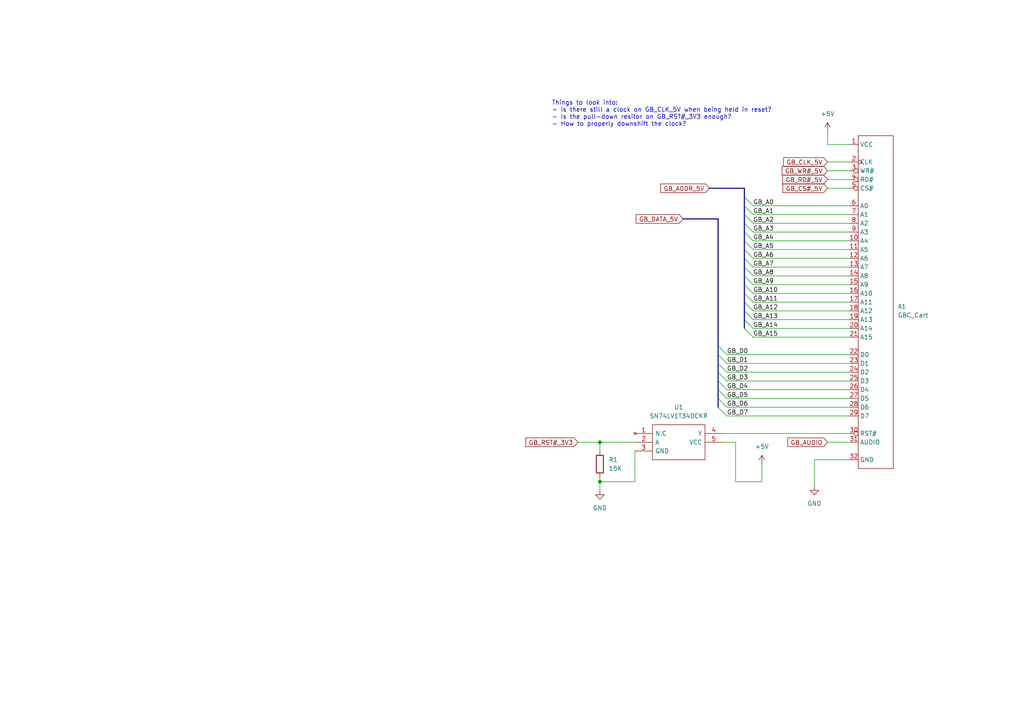
<source format=kicad_sch>
(kicad_sch (version 20211123) (generator eeschema)

  (uuid 0da0c37e-2538-4cae-998d-77bd55cea71e)

  (paper "A4")

  (title_block
    (title "CartGen3")
    (rev "1")
    (company "Elijah Almeida Coimbra")
    (comment 1 "Connectors and power components")
  )

  (lib_symbols
    (symbol "Boards:GBC_Cart" (in_bom no) (on_board yes)
      (property "Reference" "A" (id 0) (at -10.16 13.97 0)
        (effects (font (size 1.27 1.27)))
      )
      (property "Value" "GBC_Cart" (id 1) (at -6.35 11.43 0)
        (effects (font (size 1.27 1.27)))
      )
      (property "Footprint" "Boards:GBC_Cart" (id 2) (at -2.54 8.89 0)
        (effects (font (size 1.27 1.27)) hide)
      )
      (property "Datasheet" "" (id 3) (at -24.13 -36.83 0)
        (effects (font (size 1.27 1.27)) hide)
      )
      (property "ki_keywords" "board gameboy cart cartridge" (id 4) (at 0 0 0)
        (effects (font (size 1.27 1.27)) hide)
      )
      (property "ki_description" "Base board outline and connector pads for GameBoy Color cartridge" (id 5) (at 0 0 0)
        (effects (font (size 1.27 1.27)) hide)
      )
      (symbol "GBC_Cart_0_1"
        (rectangle (start -21.59 54.61) (end -11.43 -41.91)
          (stroke (width 0) (type default) (color 0 0 0 0))
          (fill (type none))
        )
      )
      (symbol "GBC_Cart_1_1"
        (pin power_in line (at -24.13 52.07 0) (length 2.54)
          (name "VCC" (effects (font (size 1.27 1.27))))
          (number "1" (effects (font (size 1.27 1.27))))
        )
        (pin input line (at -24.13 24.13 0) (length 2.54)
          (name "A4" (effects (font (size 1.27 1.27))))
          (number "10" (effects (font (size 1.27 1.27))))
        )
        (pin input line (at -24.13 21.59 0) (length 2.54)
          (name "A5" (effects (font (size 1.27 1.27))))
          (number "11" (effects (font (size 1.27 1.27))))
        )
        (pin input line (at -24.13 19.05 0) (length 2.54)
          (name "A6" (effects (font (size 1.27 1.27))))
          (number "12" (effects (font (size 1.27 1.27))))
        )
        (pin input line (at -24.13 16.51 0) (length 2.54)
          (name "A7" (effects (font (size 1.27 1.27))))
          (number "13" (effects (font (size 1.27 1.27))))
        )
        (pin input line (at -24.13 13.97 0) (length 2.54)
          (name "A8" (effects (font (size 1.27 1.27))))
          (number "14" (effects (font (size 1.27 1.27))))
        )
        (pin input line (at -24.13 11.43 0) (length 2.54)
          (name "A9" (effects (font (size 1.27 1.27))))
          (number "15" (effects (font (size 1.27 1.27))))
        )
        (pin input line (at -24.13 8.89 0) (length 2.54)
          (name "A10" (effects (font (size 1.27 1.27))))
          (number "16" (effects (font (size 1.27 1.27))))
        )
        (pin input line (at -24.13 6.35 0) (length 2.54)
          (name "A11" (effects (font (size 1.27 1.27))))
          (number "17" (effects (font (size 1.27 1.27))))
        )
        (pin input line (at -24.13 3.81 0) (length 2.54)
          (name "A12" (effects (font (size 1.27 1.27))))
          (number "18" (effects (font (size 1.27 1.27))))
        )
        (pin input line (at -24.13 1.27 0) (length 2.54)
          (name "A13" (effects (font (size 1.27 1.27))))
          (number "19" (effects (font (size 1.27 1.27))))
        )
        (pin input clock (at -24.13 46.99 0) (length 2.54)
          (name "CLK" (effects (font (size 1.27 1.27))))
          (number "2" (effects (font (size 1.27 1.27))))
        )
        (pin input line (at -24.13 -1.27 0) (length 2.54)
          (name "A14" (effects (font (size 1.27 1.27))))
          (number "20" (effects (font (size 1.27 1.27))))
        )
        (pin input line (at -24.13 -3.81 0) (length 2.54)
          (name "A15" (effects (font (size 1.27 1.27))))
          (number "21" (effects (font (size 1.27 1.27))))
        )
        (pin bidirectional line (at -24.13 -8.89 0) (length 2.54)
          (name "D0" (effects (font (size 1.27 1.27))))
          (number "22" (effects (font (size 1.27 1.27))))
        )
        (pin bidirectional line (at -24.13 -11.43 0) (length 2.54)
          (name "D1" (effects (font (size 1.27 1.27))))
          (number "23" (effects (font (size 1.27 1.27))))
        )
        (pin bidirectional line (at -24.13 -13.97 0) (length 2.54)
          (name "D2" (effects (font (size 1.27 1.27))))
          (number "24" (effects (font (size 1.27 1.27))))
        )
        (pin bidirectional line (at -24.13 -16.51 0) (length 2.54)
          (name "D3" (effects (font (size 1.27 1.27))))
          (number "25" (effects (font (size 1.27 1.27))))
        )
        (pin bidirectional line (at -24.13 -19.05 0) (length 2.54)
          (name "D4" (effects (font (size 1.27 1.27))))
          (number "26" (effects (font (size 1.27 1.27))))
        )
        (pin bidirectional line (at -24.13 -21.59 0) (length 2.54)
          (name "D5" (effects (font (size 1.27 1.27))))
          (number "27" (effects (font (size 1.27 1.27))))
        )
        (pin bidirectional line (at -24.13 -24.13 0) (length 2.54)
          (name "D6" (effects (font (size 1.27 1.27))))
          (number "28" (effects (font (size 1.27 1.27))))
        )
        (pin bidirectional line (at -24.13 -26.67 0) (length 2.54)
          (name "D7" (effects (font (size 1.27 1.27))))
          (number "29" (effects (font (size 1.27 1.27))))
        )
        (pin input inverted (at -24.13 44.45 0) (length 2.54)
          (name "WR#" (effects (font (size 1.27 1.27))))
          (number "3" (effects (font (size 1.27 1.27))))
        )
        (pin output inverted (at -24.13 -31.75 0) (length 2.54)
          (name "RST#" (effects (font (size 1.27 1.27))))
          (number "30" (effects (font (size 1.27 1.27))))
        )
        (pin output line (at -24.13 -34.29 0) (length 2.54)
          (name "AUDIO" (effects (font (size 1.27 1.27))))
          (number "31" (effects (font (size 1.27 1.27))))
        )
        (pin power_in line (at -24.13 -39.37 0) (length 2.54)
          (name "GND" (effects (font (size 1.27 1.27))))
          (number "32" (effects (font (size 1.27 1.27))))
        )
        (pin input inverted (at -24.13 41.91 0) (length 2.54)
          (name "RD#" (effects (font (size 1.27 1.27))))
          (number "4" (effects (font (size 1.27 1.27))))
        )
        (pin input inverted (at -24.13 39.37 0) (length 2.54)
          (name "CS#" (effects (font (size 1.27 1.27))))
          (number "5" (effects (font (size 1.27 1.27))))
        )
        (pin input line (at -24.13 34.29 0) (length 2.54)
          (name "A0" (effects (font (size 1.27 1.27))))
          (number "6" (effects (font (size 1.27 1.27))))
        )
        (pin input line (at -24.13 31.75 0) (length 2.54)
          (name "A1" (effects (font (size 1.27 1.27))))
          (number "7" (effects (font (size 1.27 1.27))))
        )
        (pin input line (at -24.13 29.21 0) (length 2.54)
          (name "A2" (effects (font (size 1.27 1.27))))
          (number "8" (effects (font (size 1.27 1.27))))
        )
        (pin input line (at -24.13 26.67 0) (length 2.54)
          (name "A3" (effects (font (size 1.27 1.27))))
          (number "9" (effects (font (size 1.27 1.27))))
        )
      )
    )
    (symbol "Device:R" (pin_numbers hide) (pin_names (offset 0)) (in_bom yes) (on_board yes)
      (property "Reference" "R" (id 0) (at 2.032 0 90)
        (effects (font (size 1.27 1.27)))
      )
      (property "Value" "R" (id 1) (at 0 0 90)
        (effects (font (size 1.27 1.27)))
      )
      (property "Footprint" "" (id 2) (at -1.778 0 90)
        (effects (font (size 1.27 1.27)) hide)
      )
      (property "Datasheet" "~" (id 3) (at 0 0 0)
        (effects (font (size 1.27 1.27)) hide)
      )
      (property "ki_keywords" "R res resistor" (id 4) (at 0 0 0)
        (effects (font (size 1.27 1.27)) hide)
      )
      (property "ki_description" "Resistor" (id 5) (at 0 0 0)
        (effects (font (size 1.27 1.27)) hide)
      )
      (property "ki_fp_filters" "R_*" (id 6) (at 0 0 0)
        (effects (font (size 1.27 1.27)) hide)
      )
      (symbol "R_0_1"
        (rectangle (start -1.016 -2.54) (end 1.016 2.54)
          (stroke (width 0.254) (type default) (color 0 0 0 0))
          (fill (type none))
        )
      )
      (symbol "R_1_1"
        (pin passive line (at 0 3.81 270) (length 1.27)
          (name "~" (effects (font (size 1.27 1.27))))
          (number "1" (effects (font (size 1.27 1.27))))
        )
        (pin passive line (at 0 -3.81 90) (length 1.27)
          (name "~" (effects (font (size 1.27 1.27))))
          (number "2" (effects (font (size 1.27 1.27))))
        )
      )
    )
    (symbol "SamacSys_Parts:SN74LV1T34DCKR" (pin_names (offset 0.762)) (in_bom yes) (on_board yes)
      (property "Reference" "IC" (id 0) (at 21.59 7.62 0)
        (effects (font (size 1.27 1.27)) (justify left))
      )
      (property "Value" "SN74LV1T34DCKR" (id 1) (at 21.59 5.08 0)
        (effects (font (size 1.27 1.27)) (justify left))
      )
      (property "Footprint" "SOT65P210X110-5N" (id 2) (at 21.59 2.54 0)
        (effects (font (size 1.27 1.27)) (justify left) hide)
      )
      (property "Datasheet" "http://www.ti.com/lit/gpn/sn74lv1t34" (id 3) (at 21.59 0 0)
        (effects (font (size 1.27 1.27)) (justify left) hide)
      )
      (property "Description" "Single Power Supply BUFFER Logic Level Shifter (no enable)" (id 4) (at 21.59 -2.54 0)
        (effects (font (size 1.27 1.27)) (justify left) hide)
      )
      (property "Height" "1.1" (id 5) (at 21.59 -5.08 0)
        (effects (font (size 1.27 1.27)) (justify left) hide)
      )
      (property "Mouser Part Number" "595-SN74LV1T34DCKR" (id 6) (at 21.59 -7.62 0)
        (effects (font (size 1.27 1.27)) (justify left) hide)
      )
      (property "Mouser Price/Stock" "https://www.mouser.co.uk/ProductDetail/Texas-Instruments/SN74LV1T34DCKR?qs=8sOby8ZxZLGjFfifrzzjkQ%3D%3D" (id 7) (at 21.59 -10.16 0)
        (effects (font (size 1.27 1.27)) (justify left) hide)
      )
      (property "Manufacturer_Name" "Texas Instruments" (id 8) (at 21.59 -12.7 0)
        (effects (font (size 1.27 1.27)) (justify left) hide)
      )
      (property "Manufacturer_Part_Number" "SN74LV1T34DCKR" (id 9) (at 21.59 -15.24 0)
        (effects (font (size 1.27 1.27)) (justify left) hide)
      )
      (property "ki_description" "Single Power Supply BUFFER Logic Level Shifter (no enable)" (id 10) (at 0 0 0)
        (effects (font (size 1.27 1.27)) hide)
      )
      (symbol "SN74LV1T34DCKR_0_0"
        (pin no_connect line (at 0 0 0) (length 5.08)
          (name "N.C" (effects (font (size 1.27 1.27))))
          (number "1" (effects (font (size 1.27 1.27))))
        )
        (pin passive line (at 0 -2.54 0) (length 5.08)
          (name "A" (effects (font (size 1.27 1.27))))
          (number "2" (effects (font (size 1.27 1.27))))
        )
        (pin passive line (at 0 -5.08 0) (length 5.08)
          (name "GND" (effects (font (size 1.27 1.27))))
          (number "3" (effects (font (size 1.27 1.27))))
        )
        (pin passive line (at 25.4 0 180) (length 5.08)
          (name "Y" (effects (font (size 1.27 1.27))))
          (number "4" (effects (font (size 1.27 1.27))))
        )
        (pin passive line (at 25.4 -2.54 180) (length 5.08)
          (name "VCC" (effects (font (size 1.27 1.27))))
          (number "5" (effects (font (size 1.27 1.27))))
        )
      )
      (symbol "SN74LV1T34DCKR_0_1"
        (polyline
          (pts
            (xy 5.08 2.54)
            (xy 20.32 2.54)
            (xy 20.32 -7.62)
            (xy 5.08 -7.62)
            (xy 5.08 2.54)
          )
          (stroke (width 0.1524) (type default) (color 0 0 0 0))
          (fill (type none))
        )
      )
    )
    (symbol "power:+5V" (power) (pin_names (offset 0)) (in_bom yes) (on_board yes)
      (property "Reference" "#PWR" (id 0) (at 0 -3.81 0)
        (effects (font (size 1.27 1.27)) hide)
      )
      (property "Value" "+5V" (id 1) (at 0 3.556 0)
        (effects (font (size 1.27 1.27)))
      )
      (property "Footprint" "" (id 2) (at 0 0 0)
        (effects (font (size 1.27 1.27)) hide)
      )
      (property "Datasheet" "" (id 3) (at 0 0 0)
        (effects (font (size 1.27 1.27)) hide)
      )
      (property "ki_keywords" "power-flag" (id 4) (at 0 0 0)
        (effects (font (size 1.27 1.27)) hide)
      )
      (property "ki_description" "Power symbol creates a global label with name \"+5V\"" (id 5) (at 0 0 0)
        (effects (font (size 1.27 1.27)) hide)
      )
      (symbol "+5V_0_1"
        (polyline
          (pts
            (xy -0.762 1.27)
            (xy 0 2.54)
          )
          (stroke (width 0) (type default) (color 0 0 0 0))
          (fill (type none))
        )
        (polyline
          (pts
            (xy 0 0)
            (xy 0 2.54)
          )
          (stroke (width 0) (type default) (color 0 0 0 0))
          (fill (type none))
        )
        (polyline
          (pts
            (xy 0 2.54)
            (xy 0.762 1.27)
          )
          (stroke (width 0) (type default) (color 0 0 0 0))
          (fill (type none))
        )
      )
      (symbol "+5V_1_1"
        (pin power_in line (at 0 0 90) (length 0) hide
          (name "+5V" (effects (font (size 1.27 1.27))))
          (number "1" (effects (font (size 1.27 1.27))))
        )
      )
    )
    (symbol "power:GND" (power) (pin_names (offset 0)) (in_bom yes) (on_board yes)
      (property "Reference" "#PWR" (id 0) (at 0 -6.35 0)
        (effects (font (size 1.27 1.27)) hide)
      )
      (property "Value" "GND" (id 1) (at 0 -3.81 0)
        (effects (font (size 1.27 1.27)))
      )
      (property "Footprint" "" (id 2) (at 0 0 0)
        (effects (font (size 1.27 1.27)) hide)
      )
      (property "Datasheet" "" (id 3) (at 0 0 0)
        (effects (font (size 1.27 1.27)) hide)
      )
      (property "ki_keywords" "power-flag" (id 4) (at 0 0 0)
        (effects (font (size 1.27 1.27)) hide)
      )
      (property "ki_description" "Power symbol creates a global label with name \"GND\" , ground" (id 5) (at 0 0 0)
        (effects (font (size 1.27 1.27)) hide)
      )
      (symbol "GND_0_1"
        (polyline
          (pts
            (xy 0 0)
            (xy 0 -1.27)
            (xy 1.27 -1.27)
            (xy 0 -2.54)
            (xy -1.27 -1.27)
            (xy 0 -1.27)
          )
          (stroke (width 0) (type default) (color 0 0 0 0))
          (fill (type none))
        )
      )
      (symbol "GND_1_1"
        (pin power_in line (at 0 0 270) (length 0) hide
          (name "GND" (effects (font (size 1.27 1.27))))
          (number "1" (effects (font (size 1.27 1.27))))
        )
      )
    )
  )

  (junction (at 173.99 128.27) (diameter 0) (color 0 0 0 0)
    (uuid 13968e05-b236-46a9-bc7c-3a6777d97ec1)
  )
  (junction (at 173.99 139.7) (diameter 0) (color 0 0 0 0)
    (uuid 621e9f94-3110-4064-ba55-f86df05db648)
  )

  (bus_entry (at 215.9 85.09) (size 2.54 2.54)
    (stroke (width 0) (type default) (color 0 0 0 0))
    (uuid 3eaa2efd-9fe1-4d15-8158-4493f363e4eb)
  )
  (bus_entry (at 215.9 82.55) (size 2.54 2.54)
    (stroke (width 0) (type default) (color 0 0 0 0))
    (uuid 3eaa2efd-9fe1-4d15-8158-4493f363e4ec)
  )
  (bus_entry (at 215.9 87.63) (size 2.54 2.54)
    (stroke (width 0) (type default) (color 0 0 0 0))
    (uuid 3eaa2efd-9fe1-4d15-8158-4493f363e4ed)
  )
  (bus_entry (at 215.9 92.71) (size 2.54 2.54)
    (stroke (width 0) (type default) (color 0 0 0 0))
    (uuid 3eaa2efd-9fe1-4d15-8158-4493f363e4ee)
  )
  (bus_entry (at 215.9 80.01) (size 2.54 2.54)
    (stroke (width 0) (type default) (color 0 0 0 0))
    (uuid 3eaa2efd-9fe1-4d15-8158-4493f363e4ef)
  )
  (bus_entry (at 215.9 77.47) (size 2.54 2.54)
    (stroke (width 0) (type default) (color 0 0 0 0))
    (uuid 3eaa2efd-9fe1-4d15-8158-4493f363e4f0)
  )
  (bus_entry (at 215.9 90.17) (size 2.54 2.54)
    (stroke (width 0) (type default) (color 0 0 0 0))
    (uuid 3eaa2efd-9fe1-4d15-8158-4493f363e4f1)
  )
  (bus_entry (at 215.9 74.93) (size 2.54 2.54)
    (stroke (width 0) (type default) (color 0 0 0 0))
    (uuid 3eaa2efd-9fe1-4d15-8158-4493f363e4f2)
  )
  (bus_entry (at 215.9 72.39) (size 2.54 2.54)
    (stroke (width 0) (type default) (color 0 0 0 0))
    (uuid 3eaa2efd-9fe1-4d15-8158-4493f363e4f3)
  )
  (bus_entry (at 215.9 67.31) (size 2.54 2.54)
    (stroke (width 0) (type default) (color 0 0 0 0))
    (uuid 3eaa2efd-9fe1-4d15-8158-4493f363e4f4)
  )
  (bus_entry (at 215.9 69.85) (size 2.54 2.54)
    (stroke (width 0) (type default) (color 0 0 0 0))
    (uuid 3eaa2efd-9fe1-4d15-8158-4493f363e4f5)
  )
  (bus_entry (at 215.9 64.77) (size 2.54 2.54)
    (stroke (width 0) (type default) (color 0 0 0 0))
    (uuid 3eaa2efd-9fe1-4d15-8158-4493f363e4f6)
  )
  (bus_entry (at 215.9 59.69) (size 2.54 2.54)
    (stroke (width 0) (type default) (color 0 0 0 0))
    (uuid 3eaa2efd-9fe1-4d15-8158-4493f363e4f7)
  )
  (bus_entry (at 215.9 62.23) (size 2.54 2.54)
    (stroke (width 0) (type default) (color 0 0 0 0))
    (uuid 3eaa2efd-9fe1-4d15-8158-4493f363e4f8)
  )
  (bus_entry (at 215.9 57.15) (size 2.54 2.54)
    (stroke (width 0) (type default) (color 0 0 0 0))
    (uuid 3eaa2efd-9fe1-4d15-8158-4493f363e4f9)
  )
  (bus_entry (at 208.28 102.87) (size 2.54 2.54)
    (stroke (width 0) (type default) (color 0 0 0 0))
    (uuid 5ff7dc43-2ca3-4d57-a4cf-c38661214c57)
  )
  (bus_entry (at 208.28 105.41) (size 2.54 2.54)
    (stroke (width 0) (type default) (color 0 0 0 0))
    (uuid 5ff7dc43-2ca3-4d57-a4cf-c38661214c58)
  )
  (bus_entry (at 208.28 107.95) (size 2.54 2.54)
    (stroke (width 0) (type default) (color 0 0 0 0))
    (uuid 5ff7dc43-2ca3-4d57-a4cf-c38661214c59)
  )
  (bus_entry (at 208.28 118.11) (size 2.54 2.54)
    (stroke (width 0) (type default) (color 0 0 0 0))
    (uuid 5ff7dc43-2ca3-4d57-a4cf-c38661214c5a)
  )
  (bus_entry (at 208.28 113.03) (size 2.54 2.54)
    (stroke (width 0) (type default) (color 0 0 0 0))
    (uuid 5ff7dc43-2ca3-4d57-a4cf-c38661214c5b)
  )
  (bus_entry (at 208.28 110.49) (size 2.54 2.54)
    (stroke (width 0) (type default) (color 0 0 0 0))
    (uuid 5ff7dc43-2ca3-4d57-a4cf-c38661214c5c)
  )
  (bus_entry (at 208.28 115.57) (size 2.54 2.54)
    (stroke (width 0) (type default) (color 0 0 0 0))
    (uuid 5ff7dc43-2ca3-4d57-a4cf-c38661214c5d)
  )
  (bus_entry (at 215.9 95.25) (size 2.54 2.54)
    (stroke (width 0) (type default) (color 0 0 0 0))
    (uuid 7e3087e1-159b-4e05-935c-08f2372c7692)
  )
  (bus_entry (at 208.28 100.33) (size 2.54 2.54)
    (stroke (width 0) (type default) (color 0 0 0 0))
    (uuid d7365cfb-cfd7-4153-88ab-b678849eb791)
  )

  (wire (pts (xy 184.15 130.81) (xy 184.15 139.7))
    (stroke (width 0) (type default) (color 0 0 0 0))
    (uuid 02376b99-1153-49bd-89e4-901946a2686d)
  )
  (wire (pts (xy 184.15 128.27) (xy 173.99 128.27))
    (stroke (width 0) (type default) (color 0 0 0 0))
    (uuid 02a89de4-f10d-4020-b7e1-d7e34ce99602)
  )
  (wire (pts (xy 236.22 133.35) (xy 246.38 133.35))
    (stroke (width 0) (type default) (color 0 0 0 0))
    (uuid 02db1063-48e9-494a-b721-437c5a047b87)
  )
  (wire (pts (xy 173.99 139.7) (xy 184.15 139.7))
    (stroke (width 0) (type default) (color 0 0 0 0))
    (uuid 0767ff49-ee25-4a7a-9e72-aab785208764)
  )
  (wire (pts (xy 218.44 69.85) (xy 246.38 69.85))
    (stroke (width 0) (type default) (color 0 0 0 0))
    (uuid 0933a07a-32e9-435a-8787-71b5379cf836)
  )
  (wire (pts (xy 218.44 59.69) (xy 246.38 59.69))
    (stroke (width 0) (type default) (color 0 0 0 0))
    (uuid 0b25b038-93e2-4126-8b3e-7bebbd86b7ca)
  )
  (wire (pts (xy 218.44 74.93) (xy 246.38 74.93))
    (stroke (width 0) (type default) (color 0 0 0 0))
    (uuid 0e5881d9-e110-49cd-a5ae-1247e735f415)
  )
  (bus (pts (xy 208.28 102.87) (xy 208.28 105.41))
    (stroke (width 0) (type default) (color 0 0 0 0))
    (uuid 101fd717-aac4-480a-8c58-2d7241fb18be)
  )
  (bus (pts (xy 208.28 110.49) (xy 208.28 113.03))
    (stroke (width 0) (type default) (color 0 0 0 0))
    (uuid 10d4373c-b0b0-4b41-98ef-1fd2e2d3b51c)
  )

  (wire (pts (xy 218.44 80.01) (xy 246.38 80.01))
    (stroke (width 0) (type default) (color 0 0 0 0))
    (uuid 1661b63e-0f7b-422f-95fb-23e1b014bb67)
  )
  (wire (pts (xy 218.44 67.31) (xy 246.38 67.31))
    (stroke (width 0) (type default) (color 0 0 0 0))
    (uuid 21ab1215-f387-43e7-86e2-4ff7fbe942bf)
  )
  (wire (pts (xy 218.44 85.09) (xy 246.38 85.09))
    (stroke (width 0) (type default) (color 0 0 0 0))
    (uuid 225c4c51-945e-4996-b2ca-59f1fa474858)
  )
  (bus (pts (xy 205.74 54.61) (xy 215.9 54.61))
    (stroke (width 0) (type default) (color 0 0 0 0))
    (uuid 2cc5e435-d06b-4ccc-8370-c047722bb308)
  )

  (wire (pts (xy 213.36 139.7) (xy 220.98 139.7))
    (stroke (width 0) (type default) (color 0 0 0 0))
    (uuid 2f0c9a60-af03-4ccf-963c-a66440256b7e)
  )
  (wire (pts (xy 209.55 128.27) (xy 213.36 128.27))
    (stroke (width 0) (type default) (color 0 0 0 0))
    (uuid 391b54c6-5978-4b10-a100-08b87607a4cd)
  )
  (bus (pts (xy 215.9 74.93) (xy 215.9 72.39))
    (stroke (width 0) (type default) (color 0 0 0 0))
    (uuid 3a6fa9ac-874d-44a0-a63c-f131bfaa1874)
  )

  (wire (pts (xy 240.03 46.99) (xy 246.38 46.99))
    (stroke (width 0) (type default) (color 0 0 0 0))
    (uuid 3c6fc237-529a-45e6-9410-9d1716ce133e)
  )
  (wire (pts (xy 210.82 105.41) (xy 246.38 105.41))
    (stroke (width 0) (type default) (color 0 0 0 0))
    (uuid 3e9ef4ef-7ddc-4e33-90c3-d3aabbfa5bfa)
  )
  (wire (pts (xy 218.44 82.55) (xy 246.38 82.55))
    (stroke (width 0) (type default) (color 0 0 0 0))
    (uuid 48db8d79-63db-4c05-916c-a9be249c1420)
  )
  (wire (pts (xy 210.82 118.11) (xy 246.38 118.11))
    (stroke (width 0) (type default) (color 0 0 0 0))
    (uuid 49207d02-82df-430f-8b16-e7fe8b3b1a43)
  )
  (bus (pts (xy 208.28 63.5) (xy 208.28 100.33))
    (stroke (width 0) (type default) (color 0 0 0 0))
    (uuid 49c25c78-43f3-4c94-ad15-4504f6fb17bb)
  )

  (wire (pts (xy 210.82 113.03) (xy 246.38 113.03))
    (stroke (width 0) (type default) (color 0 0 0 0))
    (uuid 58df9f1d-2df0-4d91-bb9f-03814e5fedff)
  )
  (bus (pts (xy 215.9 85.09) (xy 215.9 82.55))
    (stroke (width 0) (type default) (color 0 0 0 0))
    (uuid 5900af17-b165-4c6c-89c8-e97547271651)
  )

  (wire (pts (xy 210.82 102.87) (xy 246.38 102.87))
    (stroke (width 0) (type default) (color 0 0 0 0))
    (uuid 5a62f16a-0c2f-4b5a-9856-3858b29e83f2)
  )
  (wire (pts (xy 236.22 140.97) (xy 236.22 133.35))
    (stroke (width 0) (type default) (color 0 0 0 0))
    (uuid 5c2bfea9-043c-4e7e-8faf-1366839051cd)
  )
  (bus (pts (xy 198.12 63.5) (xy 208.28 63.5))
    (stroke (width 0) (type default) (color 0 0 0 0))
    (uuid 5cc37f6e-4eeb-4469-aeb9-1b5fa25fde3a)
  )

  (wire (pts (xy 218.44 97.79) (xy 246.38 97.79))
    (stroke (width 0) (type default) (color 0 0 0 0))
    (uuid 5e5111fd-eb3d-4ac8-9804-e5b0bfa4dbc0)
  )
  (wire (pts (xy 167.64 128.27) (xy 173.99 128.27))
    (stroke (width 0) (type default) (color 0 0 0 0))
    (uuid 5ed02d1c-06f6-486a-80ac-af23afea54b9)
  )
  (wire (pts (xy 240.03 54.61) (xy 246.38 54.61))
    (stroke (width 0) (type default) (color 0 0 0 0))
    (uuid 613797c5-ec1d-40e5-acce-efc0ad1f365a)
  )
  (bus (pts (xy 215.9 64.77) (xy 215.9 62.23))
    (stroke (width 0) (type default) (color 0 0 0 0))
    (uuid 64c16b3b-3804-4e6a-b8d3-d2f586f2e1f9)
  )

  (wire (pts (xy 218.44 77.47) (xy 246.38 77.47))
    (stroke (width 0) (type default) (color 0 0 0 0))
    (uuid 668b1f91-273f-4505-a022-704451748987)
  )
  (bus (pts (xy 215.9 82.55) (xy 215.9 80.01))
    (stroke (width 0) (type default) (color 0 0 0 0))
    (uuid 6eeeb5d8-5cfb-4690-b595-c8932e286eef)
  )

  (wire (pts (xy 246.38 41.91) (xy 240.03 41.91))
    (stroke (width 0) (type default) (color 0 0 0 0))
    (uuid 76e42842-0112-47f1-acae-38cfadfda260)
  )
  (bus (pts (xy 208.28 107.95) (xy 208.28 110.49))
    (stroke (width 0) (type default) (color 0 0 0 0))
    (uuid 7ec0ec3f-e8a9-497c-ac58-a824757a4fc3)
  )

  (wire (pts (xy 173.99 139.7) (xy 173.99 142.24))
    (stroke (width 0) (type default) (color 0 0 0 0))
    (uuid 859fd0b8-3f1f-419f-b58b-e9c5302871a2)
  )
  (bus (pts (xy 215.9 57.15) (xy 215.9 54.61))
    (stroke (width 0) (type default) (color 0 0 0 0))
    (uuid 8a2309a9-e869-4cc2-ac8d-3abbcdaf9b8c)
  )
  (bus (pts (xy 215.9 80.01) (xy 215.9 77.47))
    (stroke (width 0) (type default) (color 0 0 0 0))
    (uuid 93f2201e-3535-40f1-8f33-dae51baad02a)
  )

  (wire (pts (xy 209.55 125.73) (xy 246.38 125.73))
    (stroke (width 0) (type default) (color 0 0 0 0))
    (uuid 99b25766-deb3-460e-917e-332950c16432)
  )
  (wire (pts (xy 210.82 107.95) (xy 246.38 107.95))
    (stroke (width 0) (type default) (color 0 0 0 0))
    (uuid 9a6e1625-0eec-4344-ba7a-36436cb21a16)
  )
  (bus (pts (xy 215.9 62.23) (xy 215.9 59.69))
    (stroke (width 0) (type default) (color 0 0 0 0))
    (uuid 9adf61a7-37a5-4873-be00-b0be87627e56)
  )

  (wire (pts (xy 210.82 110.49) (xy 246.38 110.49))
    (stroke (width 0) (type default) (color 0 0 0 0))
    (uuid a15c1f7a-bef6-4e0e-9d87-6b33bc3981b5)
  )
  (wire (pts (xy 218.44 72.39) (xy 246.38 72.39))
    (stroke (width 0) (type default) (color 0 0 0 0))
    (uuid a3841e56-2a8e-49bc-b59e-3e193741de38)
  )
  (bus (pts (xy 215.9 57.15) (xy 215.9 59.69))
    (stroke (width 0) (type default) (color 0 0 0 0))
    (uuid a63a879f-5a64-48dc-9a92-0fd82d455043)
  )

  (wire (pts (xy 240.03 128.27) (xy 246.38 128.27))
    (stroke (width 0) (type default) (color 0 0 0 0))
    (uuid a6842aef-7aff-4abc-bab9-adc6dd51bab3)
  )
  (bus (pts (xy 215.9 95.25) (xy 215.9 92.71))
    (stroke (width 0) (type default) (color 0 0 0 0))
    (uuid ae95b8c9-5e94-4455-b5e6-984969b4fd89)
  )
  (bus (pts (xy 215.9 90.17) (xy 215.9 87.63))
    (stroke (width 0) (type default) (color 0 0 0 0))
    (uuid af3396ba-5d06-4fbe-9642-2da8cf5f1fd0)
  )
  (bus (pts (xy 215.9 67.31) (xy 215.9 64.77))
    (stroke (width 0) (type default) (color 0 0 0 0))
    (uuid b49e1b9c-9977-41d3-9fd1-20b058beb4c1)
  )

  (wire (pts (xy 210.82 115.57) (xy 246.38 115.57))
    (stroke (width 0) (type default) (color 0 0 0 0))
    (uuid b87d0c0d-a6b0-4b44-bc6a-817ce5c0db97)
  )
  (wire (pts (xy 173.99 128.27) (xy 173.99 130.81))
    (stroke (width 0) (type default) (color 0 0 0 0))
    (uuid bbeaad8e-3961-40fa-81ad-fbd7d75f9d31)
  )
  (bus (pts (xy 215.9 72.39) (xy 215.9 69.85))
    (stroke (width 0) (type default) (color 0 0 0 0))
    (uuid bd8ddf8f-814e-4cc6-a082-8109ffec8d74)
  )

  (wire (pts (xy 218.44 90.17) (xy 246.38 90.17))
    (stroke (width 0) (type default) (color 0 0 0 0))
    (uuid bf49449a-ee98-42ef-892f-5d87623b7975)
  )
  (wire (pts (xy 173.99 138.43) (xy 173.99 139.7))
    (stroke (width 0) (type default) (color 0 0 0 0))
    (uuid c45c99d7-e71e-4a33-a73f-853f7054a629)
  )
  (bus (pts (xy 215.9 69.85) (xy 215.9 67.31))
    (stroke (width 0) (type default) (color 0 0 0 0))
    (uuid c46529f5-3182-486c-8081-ea1a96d1ff73)
  )

  (wire (pts (xy 218.44 92.71) (xy 246.38 92.71))
    (stroke (width 0) (type default) (color 0 0 0 0))
    (uuid c58e8ff9-b204-42c6-8816-7859c713232d)
  )
  (wire (pts (xy 218.44 95.25) (xy 246.38 95.25))
    (stroke (width 0) (type default) (color 0 0 0 0))
    (uuid c63644e2-3b45-458b-b25b-be9a3c6d33fe)
  )
  (wire (pts (xy 240.03 41.91) (xy 240.03 38.1))
    (stroke (width 0) (type default) (color 0 0 0 0))
    (uuid c7b62283-763d-405a-b525-d20ae7559e1c)
  )
  (wire (pts (xy 240.03 49.53) (xy 246.38 49.53))
    (stroke (width 0) (type default) (color 0 0 0 0))
    (uuid ca631fe6-22c3-4851-bdfe-a5368f05b3c9)
  )
  (wire (pts (xy 218.44 87.63) (xy 246.38 87.63))
    (stroke (width 0) (type default) (color 0 0 0 0))
    (uuid d4d1317a-a9b6-4e5e-8608-45c3c1445753)
  )
  (wire (pts (xy 220.98 134.62) (xy 220.98 139.7))
    (stroke (width 0) (type default) (color 0 0 0 0))
    (uuid d8f8443b-2bd5-4fe1-affc-4f13519d16a5)
  )
  (bus (pts (xy 215.9 77.47) (xy 215.9 74.93))
    (stroke (width 0) (type default) (color 0 0 0 0))
    (uuid da8ab072-320c-4c9a-b5de-df471713d748)
  )
  (bus (pts (xy 208.28 100.33) (xy 208.28 102.87))
    (stroke (width 0) (type default) (color 0 0 0 0))
    (uuid db8e42ed-2f72-43b8-8d82-2e1b3c2b2463)
  )

  (wire (pts (xy 240.03 52.07) (xy 246.38 52.07))
    (stroke (width 0) (type default) (color 0 0 0 0))
    (uuid de45dc69-4f0e-4a82-baa1-8ff29acc2180)
  )
  (wire (pts (xy 210.82 120.65) (xy 246.38 120.65))
    (stroke (width 0) (type default) (color 0 0 0 0))
    (uuid e06c1b94-12f7-43c1-a2db-6b0e225d95c8)
  )
  (bus (pts (xy 215.9 92.71) (xy 215.9 90.17))
    (stroke (width 0) (type default) (color 0 0 0 0))
    (uuid e14f0959-55e2-462a-a120-551d48e33bc1)
  )
  (bus (pts (xy 215.9 87.63) (xy 215.9 85.09))
    (stroke (width 0) (type default) (color 0 0 0 0))
    (uuid e837ca8b-d3e6-4c1b-992d-108d54b85bd2)
  )
  (bus (pts (xy 208.28 113.03) (xy 208.28 115.57))
    (stroke (width 0) (type default) (color 0 0 0 0))
    (uuid e8c380a7-9037-4017-8e8a-45b6a29fa291)
  )
  (bus (pts (xy 208.28 105.41) (xy 208.28 107.95))
    (stroke (width 0) (type default) (color 0 0 0 0))
    (uuid e9b0a4bc-aa6b-47c8-9389-9c6b3c09c7ef)
  )

  (wire (pts (xy 218.44 64.77) (xy 246.38 64.77))
    (stroke (width 0) (type default) (color 0 0 0 0))
    (uuid ed5ac8f1-c942-43ea-a499-fdd1b99f26d7)
  )
  (bus (pts (xy 208.28 115.57) (xy 208.28 118.11))
    (stroke (width 0) (type default) (color 0 0 0 0))
    (uuid f0302f51-e682-4f05-bc65-191122da71bb)
  )

  (wire (pts (xy 213.36 128.27) (xy 213.36 139.7))
    (stroke (width 0) (type default) (color 0 0 0 0))
    (uuid f23e3919-1528-4ea0-9611-d1d2c36d4b8b)
  )
  (wire (pts (xy 218.44 62.23) (xy 246.38 62.23))
    (stroke (width 0) (type default) (color 0 0 0 0))
    (uuid f3c86547-cfa8-4a00-8bf1-e03e143ac0c1)
  )

  (text "Things to look into:\n- Is there still a clock on GB_CLK_5V when being held in reset?\n- Is the pull-down resitor on GB_RST#_3V3 enough?\n- How to properly downshift the clock?"
    (at 160.02 36.83 0)
    (effects (font (size 1.27 1.27)) (justify left bottom))
    (uuid f4589dd0-512a-421d-9014-1015c244f621)
  )

  (label "GB_D3" (at 210.82 110.49 0)
    (effects (font (size 1.27 1.27)) (justify left bottom))
    (uuid 0f8aaf1d-17c9-4545-8258-aec8a2993ab6)
  )
  (label "GB_A13" (at 218.44 92.71 0)
    (effects (font (size 1.27 1.27)) (justify left bottom))
    (uuid 10bf615a-5614-44b9-ad72-fd8a3c8c1382)
  )
  (label "GB_A0" (at 218.44 59.69 0)
    (effects (font (size 1.27 1.27)) (justify left bottom))
    (uuid 1b5d357e-551d-4268-ae53-b9277f02de0f)
  )
  (label "GB_D4" (at 210.82 113.03 0)
    (effects (font (size 1.27 1.27)) (justify left bottom))
    (uuid 2e5bf33f-f2b6-46cc-aad4-d9bc5c07bcae)
  )
  (label "GB_A7" (at 218.44 77.47 0)
    (effects (font (size 1.27 1.27)) (justify left bottom))
    (uuid 40d38db6-636c-422e-be41-be601b81b5a2)
  )
  (label "GB_A4" (at 218.44 69.85 0)
    (effects (font (size 1.27 1.27)) (justify left bottom))
    (uuid 4572eda7-5f92-4911-b9f9-3981bf5ea3dc)
  )
  (label "GB_A1" (at 218.44 62.23 0)
    (effects (font (size 1.27 1.27)) (justify left bottom))
    (uuid 5c2d77a0-85b5-465b-93a0-811251b3a99e)
  )
  (label "GB_A14" (at 218.44 95.25 0)
    (effects (font (size 1.27 1.27)) (justify left bottom))
    (uuid 763c2781-3493-454e-9998-773800d8309b)
  )
  (label "GB_D7" (at 210.82 120.65 0)
    (effects (font (size 1.27 1.27)) (justify left bottom))
    (uuid 78c0dea8-77ce-48d1-a736-0d22b7881a8c)
  )
  (label "GB_D5" (at 210.82 115.57 0)
    (effects (font (size 1.27 1.27)) (justify left bottom))
    (uuid 794bd81e-453e-41da-a768-ee37426cc822)
  )
  (label "GB_A3" (at 218.44 67.31 0)
    (effects (font (size 1.27 1.27)) (justify left bottom))
    (uuid 7dc73b12-3bbc-47c3-b982-06375ba574d0)
  )
  (label "GB_D6" (at 210.82 118.11 0)
    (effects (font (size 1.27 1.27)) (justify left bottom))
    (uuid 92db4479-fffa-45bd-848e-d856a2428835)
  )
  (label "GB_D0" (at 210.82 102.87 0)
    (effects (font (size 1.27 1.27)) (justify left bottom))
    (uuid 93bd0a92-40d2-4256-9fae-49582c6ecf6f)
  )
  (label "GB_A8" (at 218.44 80.01 0)
    (effects (font (size 1.27 1.27)) (justify left bottom))
    (uuid 95d2b318-139b-4f9a-8dcc-1c33803d27ba)
  )
  (label "GB_A5" (at 218.44 72.39 0)
    (effects (font (size 1.27 1.27)) (justify left bottom))
    (uuid a64b86e3-ed05-44c3-8e8c-72d12a89ce62)
  )
  (label "GB_A12" (at 218.44 90.17 0)
    (effects (font (size 1.27 1.27)) (justify left bottom))
    (uuid ab1f37b2-8a81-4157-a81b-00fd6e193fda)
  )
  (label "GB_D1" (at 210.82 105.41 0)
    (effects (font (size 1.27 1.27)) (justify left bottom))
    (uuid b238195e-dd8a-4194-b2c1-19c717d3b80a)
  )
  (label "GB_A6" (at 218.44 74.93 0)
    (effects (font (size 1.27 1.27)) (justify left bottom))
    (uuid bd689bf6-7077-4c71-a554-ed7dfc2d0e71)
  )
  (label "GB_D2" (at 210.82 107.95 0)
    (effects (font (size 1.27 1.27)) (justify left bottom))
    (uuid ca99359f-cfd4-4a67-a29a-f56a2dd5e4d9)
  )
  (label "GB_A15" (at 218.44 97.79 0)
    (effects (font (size 1.27 1.27)) (justify left bottom))
    (uuid cbb917d4-5666-4362-b8bb-56cf253891a1)
  )
  (label "GB_A9" (at 218.44 82.55 0)
    (effects (font (size 1.27 1.27)) (justify left bottom))
    (uuid d1f5449b-797c-47bd-8e1b-f0d4a95d0cd5)
  )
  (label "GB_A11" (at 218.44 87.63 0)
    (effects (font (size 1.27 1.27)) (justify left bottom))
    (uuid d58607d4-babd-46e4-9f14-214908014643)
  )
  (label "GB_A2" (at 218.44 64.77 0)
    (effects (font (size 1.27 1.27)) (justify left bottom))
    (uuid dbd8b450-f30d-490c-82cd-bd81384d8074)
  )
  (label "GB_A10" (at 218.44 85.09 0)
    (effects (font (size 1.27 1.27)) (justify left bottom))
    (uuid f8057ada-d2f9-4604-8154-bc2f5ef4e987)
  )

  (global_label "GB_RST#_3V3" (shape input) (at 167.64 128.27 180) (fields_autoplaced)
    (effects (font (size 1.27 1.27)) (justify right))
    (uuid 267a78d6-e5c1-42df-bfb7-f218a54d9a98)
    (property "Intersheet References" "${INTERSHEET_REFS}" (id 0) (at 152.5269 128.1906 0)
      (effects (font (size 1.27 1.27)) (justify right) hide)
    )
  )
  (global_label "GB_RD#_5V" (shape input) (at 240.03 52.07 180) (fields_autoplaced)
    (effects (font (size 1.27 1.27)) (justify right))
    (uuid 4f47ddee-3653-4df5-b5f8-ee67fcd153c7)
    (property "Intersheet References" "${INTERSHEET_REFS}" (id 0) (at 227.0336 51.9906 0)
      (effects (font (size 1.27 1.27)) (justify right) hide)
    )
  )
  (global_label "GB_DATA_5V" (shape input) (at 198.12 63.5 180) (fields_autoplaced)
    (effects (font (size 1.27 1.27)) (justify right))
    (uuid 534f3b93-7511-41f2-a72d-0f76ee44cfba)
    (property "Intersheet References" "${INTERSHEET_REFS}" (id 0) (at 184.5188 63.4206 0)
      (effects (font (size 1.27 1.27)) (justify right) hide)
    )
  )
  (global_label "GB_WR#_5V" (shape input) (at 240.03 49.53 180) (fields_autoplaced)
    (effects (font (size 1.27 1.27)) (justify right))
    (uuid 962dee72-c1f3-4dd7-b3e4-5d9b8f8a0994)
    (property "Intersheet References" "${INTERSHEET_REFS}" (id 0) (at 226.8521 49.4506 0)
      (effects (font (size 1.27 1.27)) (justify right) hide)
    )
  )
  (global_label "GB_AUDIO" (shape input) (at 240.03 128.27 180) (fields_autoplaced)
    (effects (font (size 1.27 1.27)) (justify right))
    (uuid ae68e51c-513a-4136-a6ba-39477ddab98d)
    (property "Intersheet References" "${INTERSHEET_REFS}" (id 0) (at 228.485 128.1906 0)
      (effects (font (size 1.27 1.27)) (justify right) hide)
    )
  )
  (global_label "GB_ADDR_5V" (shape input) (at 205.74 54.61 180) (fields_autoplaced)
    (effects (font (size 1.27 1.27)) (justify right))
    (uuid d0be9842-2e45-49dd-8bf2-05e1cfcb290c)
    (property "Intersheet References" "${INTERSHEET_REFS}" (id 0) (at 191.655 54.5306 0)
      (effects (font (size 1.27 1.27)) (justify right) hide)
    )
  )
  (global_label "GB_CLK_5V" (shape input) (at 240.03 46.99 180) (fields_autoplaced)
    (effects (font (size 1.27 1.27)) (justify right))
    (uuid e8ea24aa-9301-4ca0-b9ef-3df410cc27bd)
    (property "Intersheet References" "${INTERSHEET_REFS}" (id 0) (at 227.2755 46.9106 0)
      (effects (font (size 1.27 1.27)) (justify right) hide)
    )
  )
  (global_label "GB_CS#_5V" (shape input) (at 240.03 54.61 180) (fields_autoplaced)
    (effects (font (size 1.27 1.27)) (justify right))
    (uuid fc63486e-e928-4106-ab9f-742bd118cf48)
    (property "Intersheet References" "${INTERSHEET_REFS}" (id 0) (at 227.094 54.5306 0)
      (effects (font (size 1.27 1.27)) (justify right) hide)
    )
  )

  (symbol (lib_id "power:+5V") (at 240.03 38.1 0) (unit 1)
    (in_bom yes) (on_board yes) (fields_autoplaced)
    (uuid 16a57048-edfe-4514-b3cf-add28220d335)
    (property "Reference" "#PWR?" (id 0) (at 240.03 41.91 0)
      (effects (font (size 1.27 1.27)) hide)
    )
    (property "Value" "+5V" (id 1) (at 240.03 33.02 0))
    (property "Footprint" "" (id 2) (at 240.03 38.1 0)
      (effects (font (size 1.27 1.27)) hide)
    )
    (property "Datasheet" "" (id 3) (at 240.03 38.1 0)
      (effects (font (size 1.27 1.27)) hide)
    )
    (pin "1" (uuid 27771afc-6b32-4931-b4f6-a2e2eae63298))
  )

  (symbol (lib_id "power:GND") (at 173.99 142.24 0) (unit 1)
    (in_bom yes) (on_board yes) (fields_autoplaced)
    (uuid 31316f51-8ed3-4258-b6e5-a9132bc6acd7)
    (property "Reference" "#PWR?" (id 0) (at 173.99 148.59 0)
      (effects (font (size 1.27 1.27)) hide)
    )
    (property "Value" "GND" (id 1) (at 173.99 147.32 0))
    (property "Footprint" "" (id 2) (at 173.99 142.24 0)
      (effects (font (size 1.27 1.27)) hide)
    )
    (property "Datasheet" "" (id 3) (at 173.99 142.24 0)
      (effects (font (size 1.27 1.27)) hide)
    )
    (pin "1" (uuid 3f2263d4-55e6-44cc-aef3-cfa7733cb366))
  )

  (symbol (lib_id "Boards:GBC_Cart") (at 270.51 93.98 0) (unit 1)
    (in_bom no) (on_board yes)
    (uuid 3d5e8706-179b-40b5-9c59-d1f62563913d)
    (property "Reference" "A1" (id 0) (at 260.35 88.9 0)
      (effects (font (size 1.27 1.27)) (justify left))
    )
    (property "Value" "GBC_Cart" (id 1) (at 260.35 91.44 0)
      (effects (font (size 1.27 1.27)) (justify left))
    )
    (property "Footprint" "Boards:GBC_Cart" (id 2) (at 292.1 90.17 0)
      (effects (font (size 1.27 1.27)) hide)
    )
    (property "Datasheet" "" (id 3) (at 270.51 54.61 0)
      (effects (font (size 1.27 1.27)) hide)
    )
    (pin "1" (uuid 2c123dd3-3414-4d4d-92ee-5bfe33b7a6d7))
    (pin "10" (uuid f67bb4e5-4421-428d-b2eb-cddf74240894))
    (pin "11" (uuid 3546bcf5-18c5-46a0-9d9c-f80c822afc11))
    (pin "12" (uuid 223da504-e345-40ea-8da7-64a5a359d9f2))
    (pin "13" (uuid d5498782-81f5-4dcd-980b-6f2dd1bb88a5))
    (pin "14" (uuid 082285fb-191e-4a44-ad01-b02bd2e2ce83))
    (pin "15" (uuid 1741eec6-22ab-4d11-b197-0d0cd7358508))
    (pin "16" (uuid e4602b38-17af-4151-998b-fe3dbdbc2033))
    (pin "17" (uuid ce0de84b-a0bf-4fc6-a7fc-4d9d840b4841))
    (pin "18" (uuid d968c358-dcc8-415b-81fd-84f9c7e03c3d))
    (pin "19" (uuid cdda7fb2-345d-4cb3-9c8f-d407f5db93d2))
    (pin "2" (uuid 280ae1ce-09cd-4a1c-9497-71efa98b3e2d))
    (pin "20" (uuid 29c473d7-2e35-4c31-8855-a0af1dfb8a38))
    (pin "21" (uuid 6a74d602-6446-4d0e-ad2a-76e91accc6df))
    (pin "22" (uuid e6108eca-a5e0-4ea6-a6c9-c7c0643dd0e2))
    (pin "23" (uuid f47dd7f8-7e41-46c9-9b67-ff4590a24e68))
    (pin "24" (uuid 0b81e9f6-c1f9-4d42-9bf7-e29680f192d3))
    (pin "25" (uuid 1091779d-7e96-4ebf-bc52-33a0856f9116))
    (pin "26" (uuid 2f2a2272-77e2-438a-8200-91f260b094af))
    (pin "27" (uuid 4930fb75-ad7a-4740-b436-5d8b4347adca))
    (pin "28" (uuid 596578a2-cb74-4ce0-87e4-d7704ab90464))
    (pin "29" (uuid 4361252d-b31a-41cb-8d1d-8f4177706e1b))
    (pin "3" (uuid c1e1f485-5cdb-4b1f-b8fe-94ed807f31c3))
    (pin "30" (uuid 15223f65-e12e-46a4-a7bd-29fd97713895))
    (pin "31" (uuid 37cb2f30-3935-440e-a22b-ea376b4ac299))
    (pin "32" (uuid 787a95de-abd9-44dd-bafe-52fdcc947a6f))
    (pin "4" (uuid 222c8e41-f434-4491-b0e8-57c8c1812158))
    (pin "5" (uuid 58b56a89-dcde-4acb-9221-d9320b8d21be))
    (pin "6" (uuid 097fe5dc-d412-4007-8323-bb11b65464d9))
    (pin "7" (uuid db489c8d-6dd4-4aee-b162-e7943eefdaa1))
    (pin "8" (uuid 5437e1e1-7e55-4aad-94ef-4772d74946bb))
    (pin "9" (uuid 9f152c46-8302-4fa8-98cf-07c047775970))
  )

  (symbol (lib_id "SamacSys_Parts:SN74LV1T34DCKR") (at 184.15 125.73 0) (unit 1)
    (in_bom yes) (on_board yes)
    (uuid 9b3f0cbe-4071-40aa-bf35-c41ab65d5dd5)
    (property "Reference" "U1" (id 0) (at 196.85 118.11 0))
    (property "Value" "SN74LV1T34DCKR" (id 1) (at 196.85 120.65 0))
    (property "Footprint" "SOT65P210X110-5N" (id 2) (at 205.74 123.19 0)
      (effects (font (size 1.27 1.27)) (justify left) hide)
    )
    (property "Datasheet" "http://www.ti.com/lit/gpn/sn74lv1t34" (id 3) (at 205.74 125.73 0)
      (effects (font (size 1.27 1.27)) (justify left) hide)
    )
    (property "Description" "Single Power Supply BUFFER Logic Level Shifter (no enable)" (id 4) (at 205.74 128.27 0)
      (effects (font (size 1.27 1.27)) (justify left) hide)
    )
    (property "Height" "1.1" (id 5) (at 205.74 130.81 0)
      (effects (font (size 1.27 1.27)) (justify left) hide)
    )
    (property "Mouser Part Number" "595-SN74LV1T34DCKR" (id 6) (at 205.74 133.35 0)
      (effects (font (size 1.27 1.27)) (justify left) hide)
    )
    (property "Mouser Price/Stock" "https://www.mouser.co.uk/ProductDetail/Texas-Instruments/SN74LV1T34DCKR?qs=8sOby8ZxZLGjFfifrzzjkQ%3D%3D" (id 7) (at 205.74 135.89 0)
      (effects (font (size 1.27 1.27)) (justify left) hide)
    )
    (property "Manufacturer_Name" "Texas Instruments" (id 8) (at 205.74 138.43 0)
      (effects (font (size 1.27 1.27)) (justify left) hide)
    )
    (property "Manufacturer_Part_Number" "SN74LV1T34DCKR" (id 9) (at 205.74 140.97 0)
      (effects (font (size 1.27 1.27)) (justify left) hide)
    )
    (pin "1" (uuid 803dbf0c-6668-4994-aee3-cae3d0e0a9a5))
    (pin "2" (uuid a2402a0a-4eae-4356-a763-40d3df52614e))
    (pin "3" (uuid 4c2bb7f9-0460-4fc1-a2c1-c953af08da95))
    (pin "4" (uuid 18f28902-db66-45a4-953e-621f70c28f41))
    (pin "5" (uuid c5343bc5-cf0e-466c-895e-dc9a9ae2baaa))
  )

  (symbol (lib_id "power:GND") (at 236.22 140.97 0) (unit 1)
    (in_bom yes) (on_board yes) (fields_autoplaced)
    (uuid c7cb8e3a-74cb-4ccd-8ba1-268ff797c893)
    (property "Reference" "#PWR?" (id 0) (at 236.22 147.32 0)
      (effects (font (size 1.27 1.27)) hide)
    )
    (property "Value" "GND" (id 1) (at 236.22 146.05 0))
    (property "Footprint" "" (id 2) (at 236.22 140.97 0)
      (effects (font (size 1.27 1.27)) hide)
    )
    (property "Datasheet" "" (id 3) (at 236.22 140.97 0)
      (effects (font (size 1.27 1.27)) hide)
    )
    (pin "1" (uuid 5ba9526e-6d5f-4dd4-9e34-8fda14ddee25))
  )

  (symbol (lib_id "power:+5V") (at 220.98 134.62 0) (unit 1)
    (in_bom yes) (on_board yes) (fields_autoplaced)
    (uuid d06710b0-4411-4638-853d-e16013f62d2a)
    (property "Reference" "#PWR?" (id 0) (at 220.98 138.43 0)
      (effects (font (size 1.27 1.27)) hide)
    )
    (property "Value" "+5V" (id 1) (at 220.98 129.54 0))
    (property "Footprint" "" (id 2) (at 220.98 134.62 0)
      (effects (font (size 1.27 1.27)) hide)
    )
    (property "Datasheet" "" (id 3) (at 220.98 134.62 0)
      (effects (font (size 1.27 1.27)) hide)
    )
    (pin "1" (uuid 7c71970d-d427-45bc-97b3-7f76d47f2687))
  )

  (symbol (lib_id "Device:R") (at 173.99 134.62 0) (unit 1)
    (in_bom yes) (on_board yes) (fields_autoplaced)
    (uuid ec7a7a39-e46c-48ab-bb4c-b026b3ba7d5e)
    (property "Reference" "R1" (id 0) (at 176.53 133.3499 0)
      (effects (font (size 1.27 1.27)) (justify left))
    )
    (property "Value" "15K" (id 1) (at 176.53 135.8899 0)
      (effects (font (size 1.27 1.27)) (justify left))
    )
    (property "Footprint" "" (id 2) (at 172.212 134.62 90)
      (effects (font (size 1.27 1.27)) hide)
    )
    (property "Datasheet" "~" (id 3) (at 173.99 134.62 0)
      (effects (font (size 1.27 1.27)) hide)
    )
    (pin "1" (uuid 68185cad-14e6-40aa-9a77-a6e5a4e688e3))
    (pin "2" (uuid 529c2d9a-1c14-47a2-ac28-8742ccbc3f38))
  )

  (sheet_instances
    (path "/" (page "1"))
  )

  (symbol_instances
    (path "/16a57048-edfe-4514-b3cf-add28220d335"
      (reference "#PWR?") (unit 1) (value "+5V") (footprint "")
    )
    (path "/31316f51-8ed3-4258-b6e5-a9132bc6acd7"
      (reference "#PWR?") (unit 1) (value "GND") (footprint "")
    )
    (path "/c7cb8e3a-74cb-4ccd-8ba1-268ff797c893"
      (reference "#PWR?") (unit 1) (value "GND") (footprint "")
    )
    (path "/d06710b0-4411-4638-853d-e16013f62d2a"
      (reference "#PWR?") (unit 1) (value "+5V") (footprint "")
    )
    (path "/3d5e8706-179b-40b5-9c59-d1f62563913d"
      (reference "A1") (unit 1) (value "GBC_Cart") (footprint "Boards:GBC_Cart")
    )
    (path "/ec7a7a39-e46c-48ab-bb4c-b026b3ba7d5e"
      (reference "R1") (unit 1) (value "15K") (footprint "")
    )
    (path "/9b3f0cbe-4071-40aa-bf35-c41ab65d5dd5"
      (reference "U1") (unit 1) (value "SN74LV1T34DCKR") (footprint "SOT65P210X110-5N")
    )
  )
)

</source>
